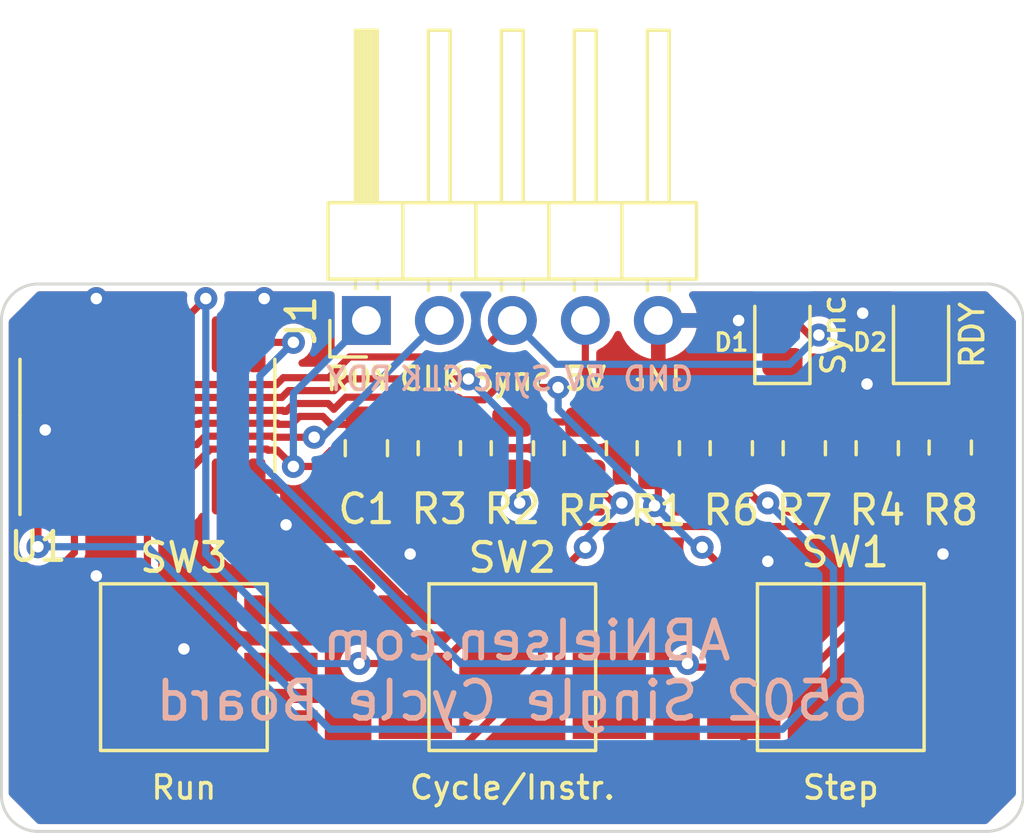
<source format=kicad_pcb>
(kicad_pcb (version 20211014) (generator pcbnew)
  (layers (0 "F.Cu" signal) (31 "B.Cu" signal) (34 "B.Paste" user) (35 "F.Paste" user) (36 "B.SilkS" user "B.Silkscreen") (37 "F.SilkS" user "F.Silkscreen") (38 "B.Mask" user) (39 "F.Mask" user) (44 "Edge.Cuts" user))
  (net 0 "")
  (net 1 "+5V")
  (net 2 "GND")
  (net 3 "Net-(D1-Pad1)")
  (net 4 "SYNC")
  (net 5 "Net-(D2-Pad1)")
  (net 6 "RDY")
  (net 7 "CLK")
  (net 8 "Net-(R1-Pad2)")
  (net 9 "Net-(R2-Pad2)")
  (net 10 "Net-(R3-Pad2)")
  (net 11 "Net-(R4-Pad1)")
  (net 12 "Net-(R5-Pad2)")
  (net 13 "Net-(R6-Pad2)")
  (net 14 "Net-(SW1-Pad2)")
  (net 15 "Net-(SW2-Pad1)")
  (net 17 "Net-(SW3-Pad2)")
  (footprint "Resistor_SMD:R_0805_2012Metric" (layer "F.Cu") (at 147.32 70.485 -90)
    (fp_text reference "R6" (at 2.159 0 180) (layer "F.SilkS"))
    (fp_text value "4k7")
    (fp_line (start -0.227064 -0.735) (end 0.227064 -0.735) (layer "F.SilkS") (width 0.12))
    (fp_line (start -0.227064 0.735) (end 0.227064 0.735) (layer "F.SilkS") (width 0.12))
    (pad "1" smd roundrect (at -0.9125 0 270) (size 1.025 1.4) (layers "F.Cu" "F.Paste" "F.Mask") (roundrect_rratio 0.243902439) (net 1 "+5V"))
    (pad "2" smd roundrect (at 0.9125 0 270) (size 1.025 1.4) (layers "F.Cu" "F.Paste" "F.Mask") (roundrect_rratio 0.243902439) (net 13 "Net-(R6-Pad2)"))
  )
  (footprint "Package_SO:SO-14_3.9x8.65mm_P1.27mm" (layer "F.Cu") (at 127 69.342 90)
    (fp_text reference "U1" (at -4.572 -3.81 180) (layer "F.SilkS"))
    (fp_text value "74HC74")
    (fp_line (start 0 4.435) (end 1.95 4.435) (layer "F.SilkS") (width 0.12))
    (fp_line (start 0 -4.435) (end 1.95 -4.435) (layer "F.SilkS") (width 0.12))
    (fp_line (start 0 4.435) (end -1.95 4.435) (layer "F.SilkS") (width 0.12))
    (fp_line (start 0 -4.435) (end -3.45 -4.435) (layer "F.SilkS") (width 0.12))
    (pad "1" smd roundrect (at -2.475 -3.81 90) (size 1.95 0.6) (layers "F.Cu" "F.Paste" "F.Mask") (net 13 "Net-(R6-Pad2)"))
    (pad "2" smd roundrect (at -2.475 -2.54 90) (size 1.95 0.6) (layers "F.Cu" "F.Paste" "F.Mask") (net 11 "Net-(R4-Pad1)"))
    (pad "3" smd roundrect (at -2.475 -1.27 90) (size 1.95 0.6) (layers "F.Cu" "F.Paste" "F.Mask") (net 7 "CLK"))
    (pad "4" smd roundrect (at -2.475 0 90) (size 1.95 0.6) (layers "F.Cu" "F.Paste" "F.Mask") (net 17 "Net-(SW3-Pad2)"))
    (pad "5" smd roundrect (at -2.475 1.27 90) (size 1.95 0.6) (layers "F.Cu" "F.Paste" "F.Mask") (net 6 "RDY"))
    (pad "6" smd roundrect (at -2.475 2.54 90) (size 1.95 0.6) (layers "F.Cu" "F.Paste" "F.Mask") (net 15 "Net-(SW2-Pad1)"))
    (pad "7" smd roundrect (at -2.475 3.81 90) (size 1.95 0.6) (layers "F.Cu" "F.Paste" "F.Mask") (net 2 "GND"))
    (pad "8" smd roundrect (at 2.475 3.81 90) (size 1.95 0.6) (layers "F.Cu" "F.Paste" "F.Mask") (net 14 "Net-(SW1-Pad2)"))
    (pad "9" smd roundrect (at 2.475 2.54 90) (size 1.95 0.6) (layers "F.Cu" "F.Paste" "F.Mask"))
    (pad "10" smd roundrect (at 2.475 1.27 90) (size 1.95 0.6) (layers "F.Cu" "F.Paste" "F.Mask") (net 10 "Net-(R3-Pad2)"))
    (pad "11" smd roundrect (at 2.475 0 90) (size 1.95 0.6) (layers "F.Cu" "F.Paste" "F.Mask") (net 4 "SYNC"))
    (pad "12" smd roundrect (at 2.475 -1.27 90) (size 1.95 0.6) (layers "F.Cu" "F.Paste" "F.Mask") (net 9 "Net-(R2-Pad2)"))
    (pad "13" smd roundrect (at 2.475 -2.54 90) (size 1.95 0.6) (layers "F.Cu" "F.Paste" "F.Mask") (net 8 "Net-(R1-Pad2)"))
    (pad "14" smd roundrect (at 2.475 -3.81 90) (size 1.95 0.6) (layers "F.Cu" "F.Paste" "F.Mask") (net 1 "+5V"))
  )
  (footprint "Resistor_SMD:R_0805_2012Metric" (layer "F.Cu") (at 149.86 70.485 -90)
    (fp_text reference "R7" (at 2.159 0) (layer "F.SilkS"))
    (fp_text value "4k7")
    (fp_line (start -0.227064 -0.735) (end 0.227064 -0.735) (layer "F.SilkS") (width 0.12))
    (fp_line (start -0.227064 0.735) (end 0.227064 0.735) (layer "F.SilkS") (width 0.12))
    (pad "1" smd roundrect (at -0.9125 0 270) (size 1.025 1.4) (layers "F.Cu" "F.Paste" "F.Mask") (roundrect_rratio 0.243902439) (net 3 "Net-(D1-Pad1)"))
    (pad "2" smd roundrect (at 0.9125 0 270) (size 1.025 1.4) (layers "F.Cu" "F.Paste" "F.Mask") (roundrect_rratio 0.243902439) (net 2 "GND"))
  )
  (footprint "Resistor_SMD:R_0805_2012Metric" (layer "F.Cu") (at 152.4 70.485 90)
    (fp_text reference "R4" (at -2.159 0 180) (layer "F.SilkS"))
    (fp_text value "300")
    (fp_line (start -0.227064 -0.735) (end 0.227064 -0.735) (layer "F.SilkS") (width 0.12))
    (fp_line (start -0.227064 0.735) (end 0.227064 0.735) (layer "F.SilkS") (width 0.12))
    (pad "1" smd roundrect (at -0.9125 0 90) (size 1.025 1.4) (layers "F.Cu" "F.Paste" "F.Mask") (roundrect_rratio 0.243902439) (net 11 "Net-(R4-Pad1)"))
    (pad "2" smd roundrect (at 0.9125 0 90) (size 1.025 1.4) (layers "F.Cu" "F.Paste" "F.Mask") (roundrect_rratio 0.243902439) (net 2 "GND"))
  )
  (footprint "XKB5858:XKB5858" (layer "F.Cu") (at 139.7 78.105)
    (fp_text reference "SW2" (at 0 -3.81 unlocked) (layer "F.SilkS"))
    (fp_text value "Single Instruction")
    (fp_rect (start -2.9 -2.9) (end 2.9 2.9) (layer "F.SilkS") (width 0.12) (fill none))
    (pad "1" smd rect (at -3.375 -2) (size 2.55 1) (layers "F.Cu" "F.Paste" "F.Mask") (net 15 "Net-(SW2-Pad1)"))
    (pad "2" smd rect (at -3.375 0) (size 2.55 1) (layers "F.Cu" "F.Paste" "F.Mask") (net 10 "Net-(R3-Pad2)"))
    (pad "3" smd rect (at -3.375 2) (size 2.55 1) (layers "F.Cu" "F.Paste" "F.Mask"))
    (pad "4" smd rect (at 3.375 -2) (size 2.55 1) (layers "F.Cu" "F.Paste" "F.Mask"))
    (pad "5" smd rect (at 3.375 0) (size 2.55 1) (layers "F.Cu" "F.Paste" "F.Mask"))
    (pad "6" smd rect (at 3.375 2) (size 2.55 1) (layers "F.Cu" "F.Paste" "F.Mask"))
  )
  (footprint "Resistor_SMD:R_0805_2012Metric" (layer "F.Cu") (at 144.78 70.485 -90)
    (fp_text reference "R1" (at 2.1825 0 180) (layer "F.SilkS"))
    (fp_text value "4k7")
    (fp_line (start -0.227064 -0.735) (end 0.227064 -0.735) (layer "F.SilkS") (width 0.12))
    (fp_line (start -0.227064 0.735) (end 0.227064 0.735) (layer "F.SilkS") (width 0.12))
    (pad "1" smd roundrect (at -0.9125 0 270) (size 1.025 1.4) (layers "F.Cu" "F.Paste" "F.Mask") (roundrect_rratio 0.243902439) (net 1 "+5V"))
    (pad "2" smd roundrect (at 0.9125 0 270) (size 1.025 1.4) (layers "F.Cu" "F.Paste" "F.Mask") (roundrect_rratio 0.243902439) (net 8 "Net-(R1-Pad2)"))
  )
  (footprint "Capacitor_SMD:C_0805_2012Metric" (layer "F.Cu") (at 134.62 70.485 -90)
    (fp_text reference "C1" (at 2.1165 0) (layer "F.SilkS"))
    (fp_text value "C_Small")
    (fp_line (start -0.261252 0.735) (end 0.261252 0.735) (layer "F.SilkS") (width 0.12))
    (fp_line (start -0.261252 -0.735) (end 0.261252 -0.735) (layer "F.SilkS") (width 0.12))
    (pad "1" smd roundrect (at -0.95 0 270) (size 1 1.45) (layers "F.Cu" "F.Paste" "F.Mask") (net 1 "+5V"))
    (pad "2" smd roundrect (at 0.95 0 270) (size 1 1.45) (layers "F.Cu" "F.Paste" "F.Mask") (net 2 "GND"))
  )
  (footprint "XKB5858:XKB5858" (layer "F.Cu") (at 128.27 78.105)
    (fp_text reference "SW3" (at 0 -3.81 unlocked) (layer "F.SilkS"))
    (fp_text value "RUN")
    (fp_rect (start -2.9 -2.9) (end 2.9 2.9) (layer "F.SilkS") (width 0.12) (fill none))
    (pad "1" smd rect (at -3.375 -2) (size 2.55 1) (layers "F.Cu" "F.Paste" "F.Mask") (net 12 "Net-(R5-Pad2)"))
    (pad "2" smd rect (at -3.375 0) (size 2.55 1) (layers "F.Cu" "F.Paste" "F.Mask") (net 17 "Net-(SW3-Pad2)"))
    (pad "3" smd rect (at -3.375 2) (size 2.55 1) (layers "F.Cu" "F.Paste" "F.Mask") (net 2 "GND"))
    (pad "4" smd rect (at 3.375 -2) (size 2.55 1) (layers "F.Cu" "F.Paste" "F.Mask"))
    (pad "5" smd rect (at 3.375 0) (size 2.55 1) (layers "F.Cu" "F.Paste" "F.Mask"))
    (pad "6" smd rect (at 3.375 2) (size 2.55 1) (layers "F.Cu" "F.Paste" "F.Mask"))
  )
  (footprint "LED_SMD:LED_0805_2012Metric" (layer "F.Cu") (at 149.098 66.548 90)
    (fp_text reference "D1" (at -0.254 -1.778) (layer "F.SilkS") (effects (font (size 0.6 0.6) (thickness 0.12))))
    (fp_text value "LED")
    (fp_line (start 1 -0.96) (end -1.685 -0.96) (layer "F.SilkS") (width 0.12))
    (fp_line (start -1.685 -0.96) (end -1.685 0.96) (layer "F.SilkS") (width 0.12))
    (fp_line (start -1.685 0.96) (end 1 0.96) (layer "F.SilkS") (width 0.12))
    (pad "1" smd roundrect (at -0.9375 0 90) (size 0.975 1.4) (layers "F.Cu" "F.Paste" "F.Mask") (net 3 "Net-(D1-Pad1)"))
    (pad "2" smd roundrect (at 0.9375 0 90) (size 0.975 1.4) (layers "F.Cu" "F.Paste" "F.Mask") (net 4 "SYNC"))
  )
  (footprint "XKB5858:XKB5858" (layer "F.Cu") (at 151.13 78.105)
    (fp_text reference "SW1" (at 0.15 -4 unlocked) (layer "F.SilkS"))
    (fp_text value "Step")
    (fp_rect (start -2.9 -2.9) (end 2.9 2.9) (layer "F.SilkS") (width 0.12) (fill none))
    (pad "1" smd rect (at -3.375 -2) (size 2.55 1) (layers "F.Cu" "F.Paste" "F.Mask") (net 8 "Net-(R1-Pad2)"))
    (pad "2" smd rect (at -3.375 0) (size 2.55 1) (layers "F.Cu" "F.Paste" "F.Mask") (net 14 "Net-(SW1-Pad2)"))
    (pad "3" smd rect (at -3.375 2) (size 2.55 1) (layers "F.Cu" "F.Paste" "F.Mask") (net 11 "Net-(R4-Pad1)"))
    (pad "4" smd rect (at 3.375 -2) (size 2.55 1) (layers "F.Cu" "F.Paste" "F.Mask"))
    (pad "5" smd rect (at 3.375 0) (size 2.55 1) (layers "F.Cu" "F.Paste" "F.Mask"))
    (pad "6" smd rect (at 3.375 2) (size 2.55 1) (layers "F.Cu" "F.Paste" "F.Mask"))
  )
  (footprint "Connector_PinHeader_2.54mm:PinHeader_1x05_P2.54mm_Horizontal" (layer "F.Cu") (at 134.62 66.04 90)
    (fp_text reference "J1" (at 0 -2.27 90) (layer "F.SilkS"))
    (fp_text value "Conn_01x05_Male")
    (fp_line (start 10.1 0.38) (end 4.1 0.38) (layer "F.SilkS") (width 0.12))
    (fp_line (start 4.1 0.04) (end 10.1 0.04) (layer "F.SilkS") (width 0.12))
    (fp_line (start 1.44 8.89) (end 4.1 8.89) (layer "F.SilkS") (width 0.12))
    (fp_line (start 1.44 6.35) (end 4.1 6.35) (layer "F.SilkS") (width 0.12))
    (fp_line (start 10.1 9.78) (end 10.1 10.54) (layer "F.SilkS") (width 0.12))
    (fp_line (start 4.1 7.24) (end 10.1 7.24) (layer "F.SilkS") (width 0.12))
    (fp_line (start 10.1 10.54) (end 4.1 10.54) (layer "F.SilkS") (width 0.12))
    (fp_line (start 10.1 2.16) (end 10.1 2.92) (layer "F.SilkS") (width 0.12))
    (fp_line (start 4.1 4.7) (end 10.1 4.7) (layer "F.SilkS") (width 0.12))
    (fp_line (start 1.44 11.49) (end 4.1 11.49) (layer "F.SilkS") (width 0.12))
    (fp_line (start 1.44 1.27) (end 4.1 1.27) (layer "F.SilkS") (width 0.12))
    (fp_line (start 1.042929 10.54) (end 1.44 10.54) (layer "F.SilkS") (width 0.12))
    (fp_line (start 4.1 -0.08) (end 10.1 -0.08) (layer "F.SilkS") (width 0.12))
    (fp_line (start 4.1 2.16) (end 10.1 2.16) (layer "F.SilkS") (width 0.12))
    (fp_line (start 4.1 -0.2) (end 10.1 -0.2) (layer "F.SilkS") (width 0.12))
    (fp_line (start 1.042929 2.92) (end 1.44 2.92) (layer "F.SilkS") (width 0.12))
    (fp_line (start -1.27 0) (end -1.27 -1.27) (layer "F.SilkS") (width 0.12))
    (fp_line (start 10.1 8) (end 4.1 8) (layer "F.SilkS") (width 0.12))
    (fp_line (start 4.1 -0.32) (end 10.1 -0.32) (layer "F.SilkS") (width 0.12))
    (fp_line (start 4.1 0.28) (end 10.1 0.28) (layer "F.SilkS") (width 0.12))
    (fp_line (start 1.042929 9.78) (end 1.44 9.78) (layer "F.SilkS") (width 0.12))
    (fp_line (start 1.042929 2.16) (end 1.44 2.16) (layer "F.SilkS") (width 0.12))
    (fp_line (start 4.1 11.49) (end 4.1 -1.33) (layer "F.SilkS") (width 0.12))
    (fp_line (start 4.1 9.78) (end 10.1 9.78) (layer "F.SilkS") (width 0.12))
    (fp_line (start 1.042929 8) (end 1.44 8) (layer "F.SilkS") (width 0.12))
    (fp_line (start 10.1 4.7) (end 10.1 5.46) (layer "F.SilkS") (width 0.12))
    (fp_line (start 1.44 -1.33) (end 1.44 11.49) (layer "F.SilkS") (width 0.12))
    (fp_line (start 4.1 -0.38) (end 10.1 -0.38) (layer "F.SilkS") (width 0.12))
    (fp_line (start 10.1 7.24) (end 10.1 8) (layer "F.SilkS") (width 0.12))
    (fp_line (start 1.11 -0.38) (end 1.44 -0.38) (layer "F.SilkS") (width 0.12))
    (fp_line (start 1.042929 5.46) (end 1.44 5.46) (layer "F.SilkS") (width 0.12))
    (fp_line (start 1.042929 4.7) (end 1.44 4.7) (layer "F.SilkS") (width 0.12))
    (fp_line (start 4.1 0.16) (end 10.1 0.16) (layer "F.SilkS") (width 0.12))
    (fp_line (start 1.11 0.38) (end 1.44 0.38) (layer "F.SilkS") (width 0.12))
    (fp_line (start 1.44 3.81) (end 4.1 3.81) (layer "F.SilkS") (width 0.12))
    (fp_line (start 10.1 -0.38) (end 10.1 0.38) (layer "F.SilkS") (width 0.12))
    (fp_line (start 10.1 2.92) (end 4.1 2.92) (layer "F.SilkS") (width 0.12))
    (fp_line (start 4.1 -1.33) (end 1.44 -1.33) (layer "F.SilkS") (width 0.12))
    (fp_line (start 10.1 5.46) (end 4.1 5.46) (layer "F.SilkS") (width 0.12))
    (fp_line (start 1.042929 7.24) (end 1.44 7.24) (layer "F.SilkS") (width 0.12))
    (fp_line (start -1.27 -1.27) (end 0 -1.27) (layer "F.SilkS") (width 0.12))
    (pad "1" thru_hole rect (at 0 0 90) (size 1.7 1.7) (drill 1) (layers *.Cu *.Mask) (net 6 "RDY"))
    (pad "2" thru_hole oval (at 0 2.54 90) (size 1.7 1.7) (drill 1) (layers *.Cu *.Mask) (net 7 "CLK"))
    (pad "3" thru_hole oval (at 0 5.08 90) (size 1.7 1.7) (drill 1) (layers *.Cu *.Mask) (net 4 "SYNC"))
    (pad "4" thru_hole oval (at 0 7.62 90) (size 1.7 1.7) (drill 1) (layers *.Cu *.Mask) (net 1 "+5V"))
    (pad "5" thru_hole oval (at 0 10.16 90) (size 1.7 1.7) (drill 1) (layers *.Cu *.Mask) (net 2 "GND"))
  )
  (footprint "Resistor_SMD:R_0805_2012Metric" (layer "F.Cu") (at 142.24 70.485 -90)
    (fp_text reference "R5" (at 2.1825 0) (layer "F.SilkS"))
    (fp_text value "4k7")
    (fp_line (start -0.227064 0.735) (end 0.227064 0.735) (layer "F.SilkS") (width 0.12))
    (fp_line (start -0.227064 -0.735) (end 0.227064 -0.735) (layer "F.SilkS") (width 0.12))
    (pad "1" smd roundrect (at -0.9125 0 270) (size 1.025 1.4) (layers "F.Cu" "F.Paste" "F.Mask") (roundrect_rratio 0.243902439) (net 1 "+5V"))
    (pad "2" smd roundrect (at 0.9125 0 270) (size 1.025 1.4) (layers "F.Cu" "F.Paste" "F.Mask") (roundrect_rratio 0.243902439) (net 12 "Net-(R5-Pad2)"))
  )
  (footprint "Resistor_SMD:R_0805_2012Metric" (layer "F.Cu") (at 154.94 70.4615 -90)
    (fp_text reference "R8" (at 2.1825 0 180) (layer "F.SilkS"))
    (fp_text value "4k7")
    (fp_line (start -0.227064 -0.735) (end 0.227064 -0.735) (layer "F.SilkS") (width 0.12))
    (fp_line (start -0.227064 0.735) (end 0.227064 0.735) (layer "F.SilkS") (width 0.12))
    (pad "1" smd roundrect (at -0.9125 0 270) (size 1.025 1.4) (layers "F.Cu" "F.Paste" "F.Mask") (roundrect_rratio 0.243902439) (net 5 "Net-(D2-Pad1)"))
    (pad "2" smd roundrect (at 0.9125 0 270) (size 1.025 1.4) (layers "F.Cu" "F.Paste" "F.Mask") (roundrect_rratio 0.243902439) (net 2 "GND"))
  )
  (footprint "LED_SMD:LED_0805_2012Metric" (layer "F.Cu") (at 153.924 66.548 90)
    (fp_text reference "D2" (at -0.254 -1.778) (layer "F.SilkS") (effects (font (size 0.6 0.6) (thickness 0.12))))
    (fp_text value "LED")
    (fp_line (start -1.685 -0.96) (end -1.685 0.96) (layer "F.SilkS") (width 0.12))
    (fp_line (start -1.685 0.96) (end 1 0.96) (layer "F.SilkS") (width 0.12))
    (fp_line (start 1 -0.96) (end -1.685 -0.96) (layer "F.SilkS") (width 0.12))
    (pad "1" smd roundrect (at -0.9375 0 90) (size 0.975 1.4) (layers "F.Cu" "F.Paste" "F.Mask") (net 5 "Net-(D2-Pad1)"))
    (pad "2" smd roundrect (at 0.9375 0 90) (size 0.975 1.4) (layers "F.Cu" "F.Paste" "F.Mask") (net 6 "RDY"))
  )
  (footprint "Resistor_SMD:R_0805_2012Metric" (layer "F.Cu") (at 137.16 70.485 -90)
    (fp_text reference "R3" (at 2.1165 0) (layer "F.SilkS"))
    (fp_text value "4k7")
    (fp_line (start -0.227064 -0.735) (end 0.227064 -0.735) (layer "F.SilkS") (width 0.12))
    (fp_line (start -0.227064 0.735) (end 0.227064 0.735) (layer "F.SilkS") (width 0.12))
    (pad "1" smd roundrect (at -0.9125 0 270) (size 1.025 1.4) (layers "F.Cu" "F.Paste" "F.Mask") (roundrect_rratio 0.243902439) (net 1 "+5V"))
    (pad "2" smd roundrect (at 0.9125 0 270) (size 1.025 1.4) (layers "F.Cu" "F.Paste" "F.Mask") (roundrect_rratio 0.243902439) (net 10 "Net-(R3-Pad2)"))
  )
  (footprint "Resistor_SMD:R_0805_2012Metric" (layer "F.Cu") (at 139.7 70.485 -90)
    (fp_text reference "R2" (at 2.1165 0) (layer "F.SilkS"))
    (fp_text value "4k7")
    (fp_line (start -0.227064 -0.735) (end 0.227064 -0.735) (layer "F.SilkS") (width 0.12))
    (fp_line (start -0.227064 0.735) (end 0.227064 0.735) (layer "F.SilkS") (width 0.12))
    (pad "1" smd roundrect (at -0.9125 0 270) (size 1.025 1.4) (layers "F.Cu" "F.Paste" "F.Mask") (roundrect_rratio 0.243902439) (net 1 "+5V"))
    (pad "2" smd roundrect (at 0.9125 0 270) (size 1.025 1.4) (layers "F.Cu" "F.Paste" "F.Mask") (roundrect_rratio 0.243902439) (net 9 "Net-(R2-Pad2)"))
  )
  (gr_line (start 121.92 66.04) (end 121.92 82.55) (layer "Edge.Cuts") (width 0.1))
  (gr_arc (start 156.21 64.77) (mid 157.108026 65.141974) (end 157.48 66.04) (layer "Edge.Cuts") (width 0.1))
  (gr_arc (start 157.48 82.55) (mid 157.108026 83.448026) (end 156.21 83.82) (layer "Edge.Cuts") (width 0.1))
  (gr_line (start 157.48 82.55) (end 157.48 66.04) (layer "Edge.Cuts") (width 0.1))
  (gr_arc (start 121.92 66.04) (mid 122.291974 65.141974) (end 123.19 64.77) (layer "Edge.Cuts") (width 0.1))
  (gr_arc (start 123.19 83.82) (mid 122.291974 83.448026) (end 121.92 82.55) (layer "Edge.Cuts") (width 0.1))
  (gr_line (start 123.19 83.82) (end 156.21 83.82) (layer "Edge.Cuts") (width 0.1))
  (gr_line (start 156.21 64.77) (end 123.19 64.77) (layer "Edge.Cuts") (width 0.1))
  (gr_text "5V" (at 142.24 68.072) (layer "B.SilkS") (effects (font (size 0.8 0.8) (thickness 0.13)) (justify mirror)))
  (gr_text "GND" (at 144.78 68.072) (layer "B.SilkS") (effects (font (size 0.8 0.8) (thickness 0.13)) (justify mirror)))
  (gr_text "ABNielsen.com \n6502 Single Cycle Board" (at 139.7 78.232) (layer "B.SilkS") (effects (font (size 1.3 1.3) (thickness 0.2)) (justify mirror)))
  (gr_text "Sync" (at 139.7 68.072) (layer "B.SilkS") (effects (font (size 0.8 0.8) (thickness 0.13)) (justify mirror)))
  (gr_text "RDY" (at 134.366 68.072) (layer "B.SilkS") (effects (font (size 0.8 0.8) (thickness 0.13)) (justify mirror)))
  (gr_text "CLK" (at 136.906 68.072) (layer "B.SilkS") (effects (font (size 0.8 0.8) (thickness 0.13)) (justify mirror)))
  (gr_text "Cycle/Instr." (at 139.7 82.296) (layer "F.SilkS") (effects (font (size 0.8 0.8) (thickness 0.13))))
  (gr_text "CLK" (at 136.906 68.072) (layer "F.SilkS") (effects (font (size 0.8 0.8) (thickness 0.13))))
  (gr_text "Run" (at 128.27 82.296) (layer "F.SilkS") (effects (font (size 0.8 0.8) (thickness 0.13))))
  (gr_text "GND" (at 144.78 68.072) (layer "F.SilkS") (effects (font (size 0.8 0.8) (thickness 0.13))))
  (gr_text "RDY" (at 134.366 68.072) (layer "F.SilkS") (effects (font (size 0.8 0.8) (thickness 0.13))))
  (gr_text "Sync" (at 139.7 68.072) (layer "F.SilkS") (effects (font (size 0.8 0.8) (thickness 0.13))))
  (gr_text "Step" (at 151.13 82.296) (layer "F.SilkS") (effects (font (size 0.8 0.8) (thickness 0.13))))
  (gr_text "5V" (at 142.24 68.072) (layer "F.SilkS") (effects (font (size 0.8 0.8) (thickness 0.13))))
  (gr_text "Sync" (at 150.876 66.548 90) (layer "F.SilkS") (effects (font (size 0.8 0.8) (thickness 0.13))))
  (gr_text "RDY" (at 155.702 66.548 90) (layer "F.SilkS") (effects (font (size 0.8 0.8) (thickness 0.13))))
  (segment (start 144.78 69.5725) (end 142.24 69.5725) (width 0.25) (layer "F.Cu") (net 1))
  (segment (start 125.280499 69.654499) (end 123.19 67.564) (width 0.25) (layer "F.Cu") (net 1))
  (segment (start 132.287902 69.3795) (end 132.012903 69.654499) (width 0.25) (layer "F.Cu") (net 1))
  (segment (start 131.56563 69.654499) (end 131.529129 69.617998) (width 0.25) (layer "F.Cu") (net 1))
  (segment (start 142.24 66.04) (end 142.24 69.5725) (width 0.25) (layer "F.Cu") (net 1))
  (segment (start 134.62 69.535) (end 137.1225 69.535) (width 0.25) (layer "F.Cu") (net 1))
  (segment (start 147.32 69.5725) (end 144.78 69.5725) (width 0.25) (layer "F.Cu") (net 1))
  (segment (start 128.78437 69.654499) (end 125.280499 69.654499) (width 0.25) (layer "F.Cu") (net 1))
  (segment (start 139.7 69.5725) (end 142.24 69.5725) (width 0.25) (layer "F.Cu") (net 1))
  (segment (start 133.379597 69.654499) (end 133.104598 69.3795) (width 0.25) (layer "F.Cu") (net 1))
  (segment (start 132.012903 69.654499) (end 131.56563 69.654499) (width 0.25) (layer "F.Cu") (net 1))
  (segment (start 137.16 69.5725) (end 139.7 69.5725) (width 0.25) (layer "F.Cu") (net 1))
  (segment (start 128.820871 69.617998) (end 128.78437 69.654499) (width 0.25) (layer "F.Cu") (net 1))
  (segment (start 133.104598 69.3795) (end 132.287902 69.3795) (width 0.25) (layer "F.Cu") (net 1))
  (segment (start 134.500501 69.654499) (end 133.379597 69.654499) (width 0.25) (layer "F.Cu") (net 1))
  (segment (start 131.529129 69.617998) (end 128.820871 69.617998) (width 0.25) (layer "F.Cu") (net 1))
  (via (at 131.064 65.278) (size 0.8) (drill 0.4) (layers "F.Cu" "B.Cu") (net 2))
  (via (at 125.222 74.93) (size 0.8) (drill 0.4) (layers "F.Cu" "B.Cu") (net 2))
  (via (at 123.444 69.85) (size 0.8) (drill 0.4) (layers "F.Cu" "B.Cu") (net 2))
  (via (at 131.826 73.152) (size 0.8) (drill 0.4) (layers "F.Cu" "B.Cu") (net 2))
  (via (at 125.222 65.278) (size 0.8) (drill 0.4) (layers "F.Cu" "B.Cu") (net 2))
  (via (at 152.043031 68.251) (size 0.8) (drill 0.4) (layers "F.Cu" "B.Cu") (net 2))
  (via (at 154.686 74.168) (size 0.8) (drill 0.4) (layers "F.Cu" "B.Cu") (net 2))
  (via (at 147.574 66.04) (size 0.8) (drill 0.4) (layers "F.Cu" "B.Cu") (net 2))
  (via (at 136.144 74.168) (size 0.8) (drill 0.4) (layers "F.Cu" "B.Cu") (net 2))
  (via (at 128.27 77.47) (size 0.8) (drill 0.4) (layers "F.Cu" "B.Cu") (net 2))
  (via (at 148.59 74.422) (size 0.8) (drill 0.4) (layers "F.Cu" "B.Cu") (net 2))
  (via (at 151.892 65.786) (size 0.8) (drill 0.4) (layers "F.Cu" "B.Cu") (net 2))
  (segment (start 149.098 67.4855) (end 149.098 68.8105) (width 0.25) (layer "F.Cu") (net 3))
  (segment (start 149.098 68.8105) (end 149.86 69.5725) (width 0.25) (layer "F.Cu") (net 3))
  (segment (start 131.490837 68.269495) (end 131.729335 68.030997) (width 0.25) (layer "F.Cu") (net 4))
  (segment (start 127.451495 68.269495) (end 131.490837 68.269495) (width 0.25) (layer "F.Cu") (net 4))
  (segment (start 138.43 67.31) (end 139.7 66.04) (width 0.25) (layer "F.Cu") (net 4))
  (segment (start 127 66.867) (end 127 67.818) (width 0.25) (layer "F.Cu") (net 4))
  (segment (start 131.729335 68.030997) (end 133.313744 68.030997) (width 0.25) (layer "F.Cu") (net 4))
  (segment (start 127 67.818) (end 127.451495 68.269495) (width 0.25) (layer "F.Cu") (net 4))
  (segment (start 134.034741 67.31) (end 138.43 67.31) (width 0.25) (layer "F.Cu") (net 4))
  (segment (start 150.0355 66.548) (end 149.098 65.6105) (width 0.25) (layer "F.Cu") (net 4))
  (segment (start 150.368 66.548) (end 150.0355 66.548) (width 0.25) (layer "F.Cu") (net 4))
  (segment (start 133.313744 68.030997) (end 134.034741 67.31) (width 0.25) (layer "F.Cu") (net 4))
  (via (at 150.368 66.548) (size 0.8) (drill 0.4) (layers "F.Cu" "B.Cu") (net 4))
  (segment (start 139.7 66.04) (end 141.224 67.564) (width 0.25) (layer "B.Cu") (net 4))
  (segment (start 149.352 67.564) (end 150.368 66.548) (width 0.25) (layer "B.Cu") (net 4))
  (segment (start 141.224 67.564) (end 149.352 67.564) (width 0.25) (layer "B.Cu") (net 4))
  (segment (start 153.924 67.4855) (end 153.924 68.533) (width 0.25) (layer "F.Cu") (net 5))
  (segment (start 153.924 68.533) (end 154.94 69.549) (width 0.25) (layer "F.Cu") (net 5))
  (segment (start 131.156751 70.517) (end 129.193249 70.517) (width 0.25) (layer "F.Cu") (net 6))
  (segment (start 131.193252 70.553501) (end 131.156751 70.517) (width 0.25) (layer "F.Cu") (net 6))
  (segment (start 132.08 71.12) (end 131.513501 70.553501) (width 0.25) (layer "F.Cu") (net 6))
  (segment (start 139.608689 73.210499) (end 138.185 71.78681) (width 0.25) (layer "F.Cu") (net 6))
  (segment (start 137.848173 70.56) (end 133.398 70.56) (width 0.25) (layer "F.Cu") (net 6))
  (segment (start 132.838 71.12) (end 132.08 71.12) (width 0.25) (layer "F.Cu") (net 6))
  (segment (start 131.513501 70.553501) (end 131.193252 70.553501) (width 0.25) (layer "F.Cu") (net 6))
  (segment (start 150.309501 73.210499) (end 139.608689 73.210499) (width 0.25) (layer "F.Cu") (net 6))
  (segment (start 151.6755 67.5265) (end 151.13 68.072) (width 0.25) (layer "F.Cu") (net 6))
  (segment (start 138.185 71.78681) (end 138.185 70.896827) (width 0.25) (layer "F.Cu") (net 6))
  (segment (start 151.13 72.39) (end 150.309501 73.210499) (width 0.25) (layer "F.Cu") (net 6))
  (segment (start 129.193249 70.517) (end 128.27 71.440249) (width 0.25) (layer "F.Cu") (net 6))
  (segment (start 151.13 68.072) (end 151.13 72.39) (width 0.25) (layer "F.Cu") (net 6))
  (segment (start 153.924 65.6105) (end 152.8705 66.664) (width 0.25) (layer "F.Cu") (net 6))
  (segment (start 138.185 70.896827) (end 137.848173 70.56) (width 0.25) (layer "F.Cu") (net 6))
  (segment (start 152.446098 67.5265) (end 151.6755 67.5265) (width 0.25) (layer "F.Cu") (net 6))
  (segment (start 152.8705 66.664) (end 152.8705 67.102098) (width 0.25) (layer "F.Cu") (net 6))
  (segment (start 152.8705 67.102098) (end 152.446098 67.5265) (width 0.25) (layer "F.Cu") (net 6))
  (segment (start 133.398 70.56) (end 132.838 71.12) (width 0.25) (layer "F.Cu") (net 6))
  (via (at 132.08 71.12) (size 0.8) (drill 0.4) (layers "F.Cu" "B.Cu") (net 6))
  (segment (start 132.08 68.58) (end 132.08 71.12) (width 0.25) (layer "B.Cu") (net 6))
  (segment (start 134.62 66.04) (end 132.08 68.58) (width 0.25) (layer "B.Cu") (net 6))
  (segment (start 128.716559 70.358) (end 125.984 70.358) (width 0.25) (layer "F.Cu") (net 7))
  (segment (start 125.984 70.358) (end 125.73 70.612) (width 0.25) (layer "F.Cu") (net 7))
  (segment (start 131.379441 70.104) (end 131.34294 70.067499) (width 0.25) (layer "F.Cu") (net 7))
  (segment (start 125.73 70.612) (end 125.73 71.817) (width 0.25) (layer "F.Cu") (net 7))
  (segment (start 129.00706 70.067499) (end 128.716559 70.358) (width 0.25) (layer "F.Cu") (net 7))
  (segment (start 132.8045 70.104) (end 131.379441 70.104) (width 0.25) (layer "F.Cu") (net 7))
  (segment (start 131.34294 70.067499) (end 129.00706 70.067499) (width 0.25) (layer "F.Cu") (net 7))
  (via (at 132.8045 70.104) (size 0.8) (drill 0.4) (layers "F.Cu" "B.Cu") (net 7))
  (segment (start 137.16 66.04) (end 133.096 70.104) (width 0.25) (layer "B.Cu") (net 7))
  (segment (start 133.096 70.104) (end 132.8045 70.104) (width 0.25) (layer "B.Cu") (net 7))
  (segment (start 133.906827 68.71) (end 137.780804 68.71) (width 0.25) (layer "F.Cu") (net 8))
  (segment (start 137.848173 68.735) (end 137.913972 68.800799) (width 0.25) (layer "F.Cu") (net 8))
  (segment (start 131.751819 69.204998) (end 131.826714 69.204998) (width 0.25) (layer "F.Cu") (net 8))
  (segment (start 124.46 66.867) (end 124.46 67.818) (width 0.25) (layer "F.Cu") (net 8))
  (segment (start 131.715318 69.168497) (end 131.751819 69.204998) (width 0.25) (layer "F.Cu") (net 8))
  (segment (start 147.755 75.38446) (end 146.305539 73.934999) (width 0.25) (layer "F.Cu") (net 8))
  (segment (start 124.46 67.818) (end 125.846998 69.204998) (width 0.25) (layer "F.Cu") (net 8))
  (segment (start 125.846998 69.204998) (end 128.598181 69.204998) (width 0.25) (layer "F.Cu") (net 8))
  (segment (start 133.488808 69.128019) (end 133.906827 68.71) (width 0.25) (layer "F.Cu") (net 8))
  (segment (start 147.755 76.105) (end 147.755 75.38446) (width 0.25) (layer "F.Cu") (net 8))
  (segment (start 144.78 71.3975) (end 144.78 72.3545) (width 0.25) (layer "F.Cu") (net 8))
  (segment (start 137.913972 68.800799) (end 138.725799 68.800799) (width 0.25) (layer "F.Cu") (net 8))
  (segment (start 128.634682 69.168497) (end 131.715318 69.168497) (width 0.25) (layer "F.Cu") (net 8))
  (segment (start 132.101713 68.929999) (end 133.290787 68.929999) (width 0.25) (layer "F.Cu") (net 8))
  (segment (start 139.154174 68.372424) (end 141.293636 68.372424) (width 0.25) (layer "F.Cu") (net 8))
  (segment (start 128.598181 69.204998) (end 128.634682 69.168497) (width 0.25) (layer "F.Cu") (net 8))
  (segment (start 137.805804 68.735) (end 137.848173 68.735) (width 0.25) (layer "F.Cu") (net 8))
  (segment (start 144.78 72.3545) (end 144.648501 72.485999) (width 0.25) (layer "F.Cu") (net 8))
  (segment (start 131.826714 69.204998) (end 132.101713 68.929999) (width 0.25) (layer "F.Cu") (net 8))
  (segment (start 137.780804 68.71) (end 137.805804 68.735) (width 0.25) (layer "F.Cu") (net 8))
  (segment (start 133.290787 68.929999) (end 133.488808 69.128019) (width 0.25) (layer "F.Cu") (net 8))
  (segment (start 138.725799 68.800799) (end 139.154174 68.372424) (width 0.25) (layer "F.Cu") (net 8))
  (via (at 146.305539 73.934999) (size 0.8) (drill 0.4) (layers "F.Cu" "B.Cu") (net 8))
  (via (at 141.293636 68.372424) (size 0.8) (drill 0.4) (layers "F.Cu" "B.Cu") (net 8))
  (via (at 144.648501 72.485999) (size 0.8) (drill 0.4) (layers "F.Cu" "B.Cu") (net 8))
  (segment (start 144.648501 72.485999) (end 141.293636 69.131134) (width 0.25) (layer "B.Cu") (net 8))
  (segment (start 141.293636 69.131134) (end 141.293636 68.372424) (width 0.25) (layer "B.Cu") (net 8))
  (segment (start 144.648501 72.485999) (end 146.097501 73.934999) (width 0.25) (layer "B.Cu") (net 8))
  (segment (start 146.097501 73.934999) (end 146.305539 73.934999) (width 0.25) (layer "B.Cu") (net 8))
  (segment (start 126.884996 68.718996) (end 131.677026 68.718996) (width 0.25) (layer "F.Cu") (net 9))
  (segment (start 139.954 72.39) (end 139.954 71.6515) (width 0.25) (layer "F.Cu") (net 9))
  (segment (start 125.73 67.564) (end 126.884996 68.718996) (width 0.25) (layer "F.Cu") (net 9))
  (segment (start 131.915524 68.480498) (end 133.499933 68.480498) (width 0.25) (layer "F.Cu") (net 9))
  (segment (start 133.499933 68.480498) (end 133.908431 68.072) (width 0.25) (layer "F.Cu") (net 9))
  (segment (start 138.167402 68.072) (end 138.171701 68.076299) (width 0.25) (layer "F.Cu") (net 9))
  (segment (start 131.677026 68.718996) (end 131.915524 68.480498) (width 0.25) (layer "F.Cu") (net 9))
  (segment (start 133.908431 68.072) (end 138.167402 68.072) (width 0.25) (layer "F.Cu") (net 9))
  (via (at 139.954 72.39) (size 0.8) (drill 0.4) (layers "F.Cu" "B.Cu") (net 9))
  (via (at 138.171701 68.076299) (size 0.8) (drill 0.4) (layers "F.Cu" "B.Cu") (net 9))
  (segment (start 139.954 72.39) (end 139.954 69.858598) (width 0.25) (layer "B.Cu") (net 9))
  (segment (start 139.954 69.858598) (end 138.171701 68.076299) (width 0.25) (layer "B.Cu") (net 9))
  (segment (start 138.176 72.4135) (end 137.16 71.3975) (width 0.25) (layer "F.Cu") (net 10))
  (segment (start 138.176 77.029) (end 138.176 72.4135) (width 0.25) (layer "F.Cu") (net 10))
  (segment (start 134.366 77.978) (end 136.198 77.978) (width 0.25) (layer "F.Cu") (net 10))
  (segment (start 128.27 66.04) (end 129.032 65.278) (width 0.25) (layer "F.Cu") (net 10))
  (segment (start 137.1 78.105) (end 138.176 77.029) (width 0.25) (layer "F.Cu") (net 10))
  (via (at 129.032 65.278) (size 0.8) (drill 0.4) (layers "F.Cu" "B.Cu") (net 10))
  (via (at 134.366 77.978) (size 0.8) (drill 0.4) (layers "F.Cu" "B.Cu") (net 10))
  (segment (start 132.842 77.978) (end 134.366 77.978) (width 0.25) (layer "B.Cu") (net 10))
  (segment (start 129.032 65.278) (end 129.032 74.168) (width 0.25) (layer "B.Cu") (net 10))
  (segment (start 129.032 74.168) (end 132.842 77.978) (width 0.25) (layer "B.Cu") (net 10))
  (segment (start 124.53331 82.804) (end 146.304 82.804) (width 0.25) (layer "F.Cu") (net 11))
  (segment (start 122.845499 75.729501) (end 122.845499 81.116189) (width 0.25) (layer "F.Cu") (net 11))
  (segment (start 146.304 82.804) (end 147.755 81.353) (width 0.25) (layer "F.Cu") (net 11))
  (segment (start 147.755 81.353) (end 147.755 80.105) (width 0.25) (layer "F.Cu") (net 11))
  (segment (start 124.46 74.115) (end 122.845499 75.729501) (width 0.25) (layer "F.Cu") (net 11))
  (segment (start 122.845499 81.116189) (end 124.53331 82.804) (width 0.25) (layer "F.Cu") (net 11))
  (segment (start 152.4 71.3975) (end 152.4 75.885) (width 0.25) (layer "F.Cu") (net 11))
  (segment (start 124.46 71.817) (end 124.46 74.115) (width 0.25) (layer "F.Cu") (net 11))
  (segment (start 152.4 75.885) (end 148.18 80.105) (width 0.25) (layer "F.Cu") (net 11))
  (segment (start 143.2325 72.39) (end 142.24 71.3975) (width 0.25) (layer "F.Cu") (net 12))
  (segment (start 136.559 82.296) (end 140.716 78.139) (width 0.25) (layer "F.Cu") (net 12))
  (segment (start 124.12 76.105) (end 123.295 76.93) (width 0.25) (layer "F.Cu") (net 12))
  (segment (start 140.716 78.139) (end 140.716 75.458999) (width 0.25) (layer "F.Cu") (net 12))
  (segment (start 124.661 82.296) (end 136.559 82.296) (width 0.25) (layer "F.Cu") (net 12))
  (segment (start 140.716 75.458999) (end 142.24 73.934999) (width 0.25) (layer "F.Cu") (net 12))
  (segment (start 123.295 80.93) (end 124.661 82.296) (width 0.25) (layer "F.Cu") (net 12))
  (segment (start 123.295 76.93) (end 123.295 80.93) (width 0.25) (layer "F.Cu") (net 12))
  (segment (start 143.51 72.39) (end 143.2325 72.39) (width 0.25) (layer "F.Cu") (net 12))
  (via (at 142.24 73.934999) (size 0.8) (drill 0.4) (layers "F.Cu" "B.Cu") (net 12))
  (via (at 143.51 72.39) (size 0.8) (drill 0.4) (layers "F.Cu" "B.Cu") (net 12))
  (segment (start 142.24 73.66) (end 142.24 73.934999) (width 0.25) (layer "B.Cu") (net 12))
  (segment (start 143.51 72.39) (end 142.24 73.66) (width 0.25) (layer "B.Cu") (net 12))
  (segment (start 148.3125 72.39) (end 147.32 71.3975) (width 0.25) (layer "F.Cu") (net 13))
  (segment (start 123.19 71.817) (end 123.19 73.914) (width 0.25) (layer "F.Cu") (net 13))
  (segment (start 148.59 72.39) (end 148.3125 72.39) (width 0.25) (layer "F.Cu") (net 13))
  (via (at 123.19 73.914) (size 0.8) (drill 0.4) (layers "F.Cu" "B.Cu") (net 13))
  (via (at 148.59 72.39) (size 0.8) (drill 0.4) (layers "F.Cu" "B.Cu") (net 13))
  (segment (start 150.876 74.676) (end 148.59 72.39) (width 0.25) (layer "B.Cu") (net 13))
  (segment (start 150.876 78.486) (end 150.876 74.676) (width 0.25) (layer "B.Cu") (net 13))
  (segment (start 133.35 80.264) (end 149.098 80.264) (width 0.25) (layer "B.Cu") (net 13))
  (segment (start 127 73.914) (end 133.35 80.264) (width 0.25) (layer "B.Cu") (net 13))
  (segment (start 149.098 80.264) (end 150.876 78.486) (width 0.25) (layer "B.Cu") (net 13))
  (segment (start 123.19 73.914) (end 127 73.914) (width 0.25) (layer "B.Cu") (net 13))
  (segment (start 132.08 66.802) (end 130.875 66.802) (width 0.25) (layer "F.Cu") (net 14))
  (segment (start 147.755 78.105) (end 145.923 78.105) (width 0.25) (layer "F.Cu") (net 14))
  (segment (start 145.923 78.105) (end 145.796 77.978) (width 0.25) (layer "F.Cu") (net 14))
  (via (at 145.796 77.978) (size 0.8) (drill 0.4) (layers "F.Cu" "B.Cu") (net 14))
  (via (at 132.08 66.802) (size 0.8) (drill 0.4) (layers "F.Cu" "B.Cu") (net 14))
  (segment (start 130.915761 70.980359) (end 130.915761 67.966239) (width 0.25) (layer "B.Cu") (net 14))
  (segment (start 137.913402 77.978) (end 130.915761 70.980359) (width 0.25) (layer "B.Cu") (net 14))
  (segment (start 130.915761 67.966239) (end 132.08 66.802) (width 0.25) (layer "B.Cu") (net 14))
  (segment (start 145.796 77.978) (end 137.913402 77.978) (width 0.25) (layer "B.Cu") (net 14))
  (segment (start 130.048 74.168) (end 129.54 73.66) (width 0.25) (layer "F.Cu") (net 15))
  (segment (start 134.388 74.168) (end 130.048 74.168) (width 0.25) (layer "F.Cu") (net 15))
  (segment (start 129.54 73.66) (end 129.54 71.817) (width 0.25) (layer "F.Cu") (net 15))
  (segment (start 136.325 76.105) (end 134.388 74.168) (width 0.25) (layer "F.Cu") (net 15))
  (segment (start 127 71.817) (end 127 76.775) (width 0.25) (layer "F.Cu") (net 17))
  (segment (start 127 76.775) (end 125.67 78.105) (width 0.25) (layer "F.Cu") (net 17))
  (zone (net 2) (net_name "GND") (layer "F.Cu") (connect_pads (clearance 0.254)) (min_thickness 0.254) (fill yes (thermal_gap 0.508) (thermal_bridge_width 0.508))
    (polygon (pts (xy 157.226 66.04) (xy 157.226 82.55) (xy 156.21 83.566) (xy 123.19 83.566) (xy 122.174 82.55) (xy 122.174 66.04) (xy 123.19 65.024) (xy 156.21 65.024)))
  )
  (zone (net 2) (net_name "GND") (layer "B.Cu") (connect_pads (clearance 0.254)) (min_thickness 0.254) (fill yes (thermal_gap 0.508) (thermal_bridge_width 0.508))
    (polygon (pts (xy 122.174 66.04) (xy 122.174 82.55) (xy 123.19 83.566) (xy 156.21 83.566) (xy 157.226 82.55) (xy 157.226 66.04) (xy 156.21 65.024) (xy 123.19 65.024)))
  )
)
</source>
